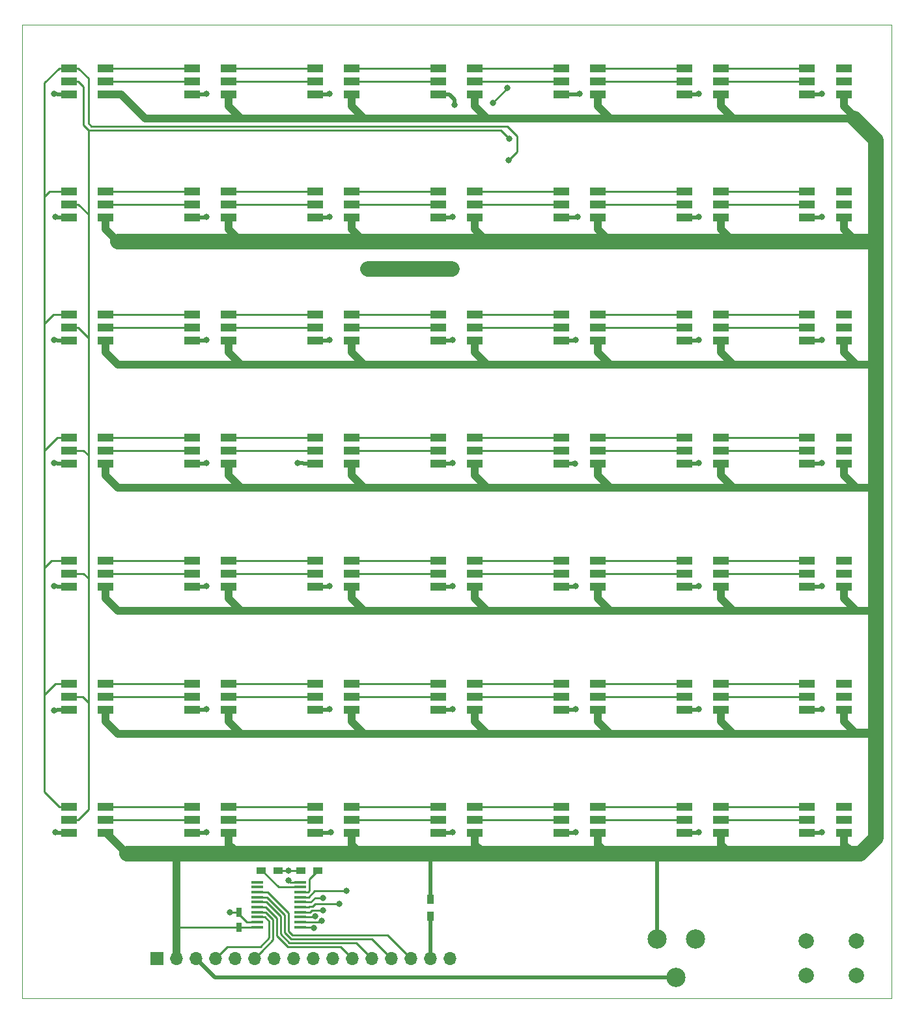
<source format=gbr>
G04 #@! TF.GenerationSoftware,KiCad,Pcbnew,(5.1.5)-3*
G04 #@! TF.CreationDate,2020-03-22T16:58:52-07:00*
G04 #@! TF.ProjectId,ESP-BuildStatus-Light-Board,4553502d-4275-4696-9c64-537461747573,rev?*
G04 #@! TF.SameCoordinates,Original*
G04 #@! TF.FileFunction,Copper,L1,Top*
G04 #@! TF.FilePolarity,Positive*
%FSLAX46Y46*%
G04 Gerber Fmt 4.6, Leading zero omitted, Abs format (unit mm)*
G04 Created by KiCad (PCBNEW (5.1.5)-3) date 2020-03-22 16:58:52*
%MOMM*%
%LPD*%
G04 APERTURE LIST*
%ADD10C,0.050000*%
%ADD11R,0.900000X1.200000*%
%ADD12R,2.000000X1.100000*%
%ADD13R,0.750000X1.200000*%
%ADD14O,1.700000X1.700000*%
%ADD15R,1.700000X1.700000*%
%ADD16R,1.200000X0.900000*%
%ADD17C,2.500000*%
%ADD18C,2.000000*%
%ADD19R,1.600000X0.300000*%
%ADD20C,1.778000*%
%ADD21C,0.800000*%
%ADD22C,2.000000*%
%ADD23C,0.500000*%
%ADD24C,0.250000*%
%ADD25C,1.000000*%
G04 APERTURE END LIST*
D10*
X130429000Y-144907000D02*
X130429000Y-18288000D01*
X243459000Y-144907000D02*
X130429000Y-144907000D01*
X243459000Y-18288000D02*
X243459000Y-144907000D01*
X130429000Y-18288000D02*
X243459000Y-18288000D01*
D11*
X183515000Y-131996000D03*
X183515000Y-134196000D03*
D12*
X173320000Y-91350000D03*
X173320000Y-89650000D03*
X173320000Y-87950000D03*
X168520000Y-91350000D03*
X168520000Y-89650000D03*
X168520000Y-87950000D03*
X173320000Y-123350000D03*
X173320000Y-121650000D03*
X173320000Y-119950000D03*
X168520000Y-123350000D03*
X168520000Y-121650000D03*
X168520000Y-119950000D03*
X237320000Y-43350000D03*
X237320000Y-41650000D03*
X237320000Y-39950000D03*
X232520000Y-43350000D03*
X232520000Y-41650000D03*
X232520000Y-39950000D03*
X189320000Y-59350000D03*
X189320000Y-57650000D03*
X189320000Y-55950000D03*
X184520000Y-59350000D03*
X184520000Y-57650000D03*
X184520000Y-55950000D03*
X173320000Y-75350000D03*
X173320000Y-73650000D03*
X173320000Y-71950000D03*
X168520000Y-75350000D03*
X168520000Y-73650000D03*
X168520000Y-71950000D03*
X157320000Y-75350000D03*
X157320000Y-73650000D03*
X157320000Y-71950000D03*
X152520000Y-75350000D03*
X152520000Y-73650000D03*
X152520000Y-71950000D03*
X189320000Y-91350000D03*
X189320000Y-89650000D03*
X189320000Y-87950000D03*
X184520000Y-91350000D03*
X184520000Y-89650000D03*
X184520000Y-87950000D03*
X205320000Y-59350000D03*
X205320000Y-57650000D03*
X205320000Y-55950000D03*
X200520000Y-59350000D03*
X200520000Y-57650000D03*
X200520000Y-55950000D03*
X237320000Y-59350000D03*
X237320000Y-57650000D03*
X237320000Y-55950000D03*
X232520000Y-59350000D03*
X232520000Y-57650000D03*
X232520000Y-55950000D03*
X205320000Y-75350000D03*
X205320000Y-73650000D03*
X205320000Y-71950000D03*
X200520000Y-75350000D03*
X200520000Y-73650000D03*
X200520000Y-71950000D03*
X173320000Y-59350000D03*
X173320000Y-57650000D03*
X173320000Y-55950000D03*
X168520000Y-59350000D03*
X168520000Y-57650000D03*
X168520000Y-55950000D03*
X221320000Y-59350000D03*
X221320000Y-57650000D03*
X221320000Y-55950000D03*
X216520000Y-59350000D03*
X216520000Y-57650000D03*
X216520000Y-55950000D03*
X157320000Y-91350000D03*
X157320000Y-89650000D03*
X157320000Y-87950000D03*
X152520000Y-91350000D03*
X152520000Y-89650000D03*
X152520000Y-87950000D03*
X221320000Y-75350000D03*
X221320000Y-73650000D03*
X221320000Y-71950000D03*
X216520000Y-75350000D03*
X216520000Y-73650000D03*
X216520000Y-71950000D03*
X221320000Y-43350000D03*
X221320000Y-41650000D03*
X221320000Y-39950000D03*
X216520000Y-43350000D03*
X216520000Y-41650000D03*
X216520000Y-39950000D03*
X157320000Y-59350000D03*
X157320000Y-57650000D03*
X157320000Y-55950000D03*
X152520000Y-59350000D03*
X152520000Y-57650000D03*
X152520000Y-55950000D03*
X189320000Y-75350000D03*
X189320000Y-73650000D03*
X189320000Y-71950000D03*
X184520000Y-75350000D03*
X184520000Y-73650000D03*
X184520000Y-71950000D03*
X237320000Y-75350000D03*
X237320000Y-73650000D03*
X237320000Y-71950000D03*
X232520000Y-75350000D03*
X232520000Y-73650000D03*
X232520000Y-71950000D03*
X237320000Y-91350000D03*
X237320000Y-89650000D03*
X237320000Y-87950000D03*
X232520000Y-91350000D03*
X232520000Y-89650000D03*
X232520000Y-87950000D03*
X221320000Y-91350000D03*
X221320000Y-89650000D03*
X221320000Y-87950000D03*
X216520000Y-91350000D03*
X216520000Y-89650000D03*
X216520000Y-87950000D03*
X205320000Y-91350000D03*
X205320000Y-89650000D03*
X205320000Y-87950000D03*
X200520000Y-91350000D03*
X200520000Y-89650000D03*
X200520000Y-87950000D03*
X173320000Y-107350000D03*
X173320000Y-105650000D03*
X173320000Y-103950000D03*
X168520000Y-107350000D03*
X168520000Y-105650000D03*
X168520000Y-103950000D03*
X221320000Y-107350000D03*
X221320000Y-105650000D03*
X221320000Y-103950000D03*
X216520000Y-107350000D03*
X216520000Y-105650000D03*
X216520000Y-103950000D03*
X237320000Y-107350000D03*
X237320000Y-105650000D03*
X237320000Y-103950000D03*
X232520000Y-107350000D03*
X232520000Y-105650000D03*
X232520000Y-103950000D03*
X189320000Y-107350000D03*
X189320000Y-105650000D03*
X189320000Y-103950000D03*
X184520000Y-107350000D03*
X184520000Y-105650000D03*
X184520000Y-103950000D03*
X157320000Y-123350000D03*
X157320000Y-121650000D03*
X157320000Y-119950000D03*
X152520000Y-123350000D03*
X152520000Y-121650000D03*
X152520000Y-119950000D03*
X157320000Y-107350000D03*
X157320000Y-105650000D03*
X157320000Y-103950000D03*
X152520000Y-107350000D03*
X152520000Y-105650000D03*
X152520000Y-103950000D03*
X205320000Y-107350000D03*
X205320000Y-105650000D03*
X205320000Y-103950000D03*
X200520000Y-107350000D03*
X200520000Y-105650000D03*
X200520000Y-103950000D03*
X189320000Y-123350000D03*
X189320000Y-121650000D03*
X189320000Y-119950000D03*
X184520000Y-123350000D03*
X184520000Y-121650000D03*
X184520000Y-119950000D03*
X205320000Y-123350000D03*
X205320000Y-121650000D03*
X205320000Y-119950000D03*
X200520000Y-123350000D03*
X200520000Y-121650000D03*
X200520000Y-119950000D03*
X221320000Y-123350000D03*
X221320000Y-121650000D03*
X221320000Y-119950000D03*
X216520000Y-123350000D03*
X216520000Y-121650000D03*
X216520000Y-119950000D03*
X237320000Y-123350000D03*
X237320000Y-121650000D03*
X237320000Y-119950000D03*
X232520000Y-123350000D03*
X232520000Y-121650000D03*
X232520000Y-119950000D03*
X237320000Y-27350000D03*
X237320000Y-25650000D03*
X237320000Y-23950000D03*
X232520000Y-27350000D03*
X232520000Y-25650000D03*
X232520000Y-23950000D03*
X173320000Y-27350000D03*
X173320000Y-25650000D03*
X173320000Y-23950000D03*
X168520000Y-27350000D03*
X168520000Y-25650000D03*
X168520000Y-23950000D03*
X157320000Y-43350000D03*
X157320000Y-41650000D03*
X157320000Y-39950000D03*
X152520000Y-43350000D03*
X152520000Y-41650000D03*
X152520000Y-39950000D03*
X173320000Y-43350000D03*
X173320000Y-41650000D03*
X173320000Y-39950000D03*
X168520000Y-43350000D03*
X168520000Y-41650000D03*
X168520000Y-39950000D03*
X205320000Y-27350000D03*
X205320000Y-25650000D03*
X205320000Y-23950000D03*
X200520000Y-27350000D03*
X200520000Y-25650000D03*
X200520000Y-23950000D03*
X221320000Y-27350000D03*
X221320000Y-25650000D03*
X221320000Y-23950000D03*
X216520000Y-27350000D03*
X216520000Y-25650000D03*
X216520000Y-23950000D03*
X189320000Y-43350000D03*
X189320000Y-41650000D03*
X189320000Y-39950000D03*
X184520000Y-43350000D03*
X184520000Y-41650000D03*
X184520000Y-39950000D03*
X205320000Y-43350000D03*
X205320000Y-41650000D03*
X205320000Y-39950000D03*
X200520000Y-43350000D03*
X200520000Y-41650000D03*
X200520000Y-39950000D03*
X189320000Y-27350000D03*
X189320000Y-25650000D03*
X189320000Y-23950000D03*
X184520000Y-27350000D03*
X184520000Y-25650000D03*
X184520000Y-23950000D03*
X157320000Y-27350000D03*
X157320000Y-25650000D03*
X157320000Y-23950000D03*
X152520000Y-27350000D03*
X152520000Y-25650000D03*
X152520000Y-23950000D03*
X141320000Y-107350000D03*
X141320000Y-105650000D03*
X141320000Y-103950000D03*
X136520000Y-107350000D03*
X136520000Y-105650000D03*
X136520000Y-103950000D03*
X141320000Y-75350000D03*
X141320000Y-73650000D03*
X141320000Y-71950000D03*
X136520000Y-75350000D03*
X136520000Y-73650000D03*
X136520000Y-71950000D03*
X141320000Y-59350000D03*
X141320000Y-57650000D03*
X141320000Y-55950000D03*
X136520000Y-59350000D03*
X136520000Y-57650000D03*
X136520000Y-55950000D03*
X141320000Y-91350000D03*
X141320000Y-89650000D03*
X141320000Y-87950000D03*
X136520000Y-91350000D03*
X136520000Y-89650000D03*
X136520000Y-87950000D03*
X141320000Y-123350000D03*
X141320000Y-121650000D03*
X141320000Y-119950000D03*
X136520000Y-123350000D03*
X136520000Y-121650000D03*
X136520000Y-119950000D03*
X141320000Y-43350000D03*
X141320000Y-41650000D03*
X141320000Y-39950000D03*
X136520000Y-43350000D03*
X136520000Y-41650000D03*
X136520000Y-39950000D03*
X141320000Y-27350000D03*
X141320000Y-25650000D03*
X141320000Y-23950000D03*
X136520000Y-27350000D03*
X136520000Y-25650000D03*
X136520000Y-23950000D03*
D13*
X158623000Y-133736000D03*
X158623000Y-135636000D03*
D14*
X186055000Y-139700000D03*
X183515000Y-139700000D03*
X180975000Y-139700000D03*
X178435000Y-139700000D03*
X175895000Y-139700000D03*
X173355000Y-139700000D03*
X170815000Y-139700000D03*
X168275000Y-139700000D03*
X165735000Y-139700000D03*
X163195000Y-139700000D03*
X160655000Y-139700000D03*
X158115000Y-139700000D03*
X155575000Y-139700000D03*
X153035000Y-139700000D03*
X150495000Y-139700000D03*
D15*
X147955000Y-139700000D03*
D16*
X168867000Y-128270000D03*
X166667000Y-128270000D03*
X163703000Y-128270000D03*
X161503000Y-128270000D03*
D17*
X212979000Y-137160000D03*
X217979000Y-137160000D03*
X215479000Y-142200000D03*
D18*
X238887000Y-141914000D03*
X238887000Y-137414000D03*
X232387000Y-141914000D03*
X232387000Y-137414000D03*
D19*
X161030000Y-134990000D03*
X161030000Y-135640000D03*
X161030000Y-134340000D03*
X161030000Y-133690000D03*
X161030000Y-133040000D03*
X161030000Y-132390000D03*
X161030000Y-131740000D03*
X161030000Y-131090000D03*
X166630000Y-129790000D03*
X166630000Y-130440000D03*
X166630000Y-131090000D03*
X166630000Y-131740000D03*
X166630000Y-135640000D03*
X166630000Y-134990000D03*
X166630000Y-134340000D03*
X166630000Y-133690000D03*
X166630000Y-133040000D03*
X166630000Y-132390000D03*
X161030000Y-130440000D03*
X161030000Y-129790000D03*
D20*
X186309000Y-50038000D03*
X175387000Y-50038000D03*
D21*
X154430000Y-27305000D03*
X170430000Y-27305000D03*
X218430000Y-27305000D03*
X234430000Y-27305000D03*
X154430000Y-43305000D03*
X170430000Y-43305000D03*
X186430000Y-43305000D03*
X202692000Y-43305000D03*
X218430000Y-43305000D03*
X234430000Y-43305000D03*
X154430000Y-59305000D03*
X170430000Y-59305000D03*
X186430000Y-59305000D03*
X202430000Y-59305000D03*
X218430000Y-59305000D03*
X234430000Y-59305000D03*
X154430000Y-75305000D03*
X186430000Y-75305000D03*
X218430000Y-75305000D03*
X234430000Y-75305000D03*
X154430000Y-91305000D03*
X170430000Y-91305000D03*
X186430000Y-91305000D03*
X202430000Y-91305000D03*
X218430000Y-91305000D03*
X234430000Y-91305000D03*
X154430000Y-107305000D03*
X170430000Y-107305000D03*
X186430000Y-107305000D03*
X202430000Y-107305000D03*
X218430000Y-107305000D03*
X234430000Y-107305000D03*
X154430000Y-123305000D03*
X170561000Y-123305000D03*
X186430000Y-123305000D03*
X202430000Y-123305000D03*
X218430000Y-123305000D03*
X234430000Y-123305000D03*
X134620000Y-27305000D03*
X134747000Y-43307000D03*
X134620000Y-59309000D03*
X134620000Y-75311000D03*
X134620000Y-91313000D03*
X134620000Y-107442000D03*
X134747000Y-123317000D03*
X165100000Y-128270000D03*
X165100000Y-129540000D03*
X157480004Y-133731000D03*
X166243000Y-75311000D03*
X202311000Y-75350000D03*
X202946006Y-27305000D03*
X186690000Y-28702000D03*
X168401998Y-135763000D03*
D20*
X175387000Y-46482000D03*
D21*
X193548000Y-26543000D03*
X191643000Y-28448010D03*
X193815021Y-33121247D03*
X169545012Y-133477000D03*
X169545000Y-131808994D03*
X168529000Y-134204988D03*
X172593000Y-130937000D03*
X171703999Y-132588000D03*
X169416271Y-134835990D03*
X193675000Y-35941000D03*
D22*
X175387000Y-50038000D02*
X175387000Y-50038000D01*
X175387000Y-50038000D02*
X186309000Y-50038000D01*
D23*
X152520000Y-27350000D02*
X154385000Y-27350000D01*
X168520000Y-27350000D02*
X170385000Y-27350000D01*
X216520000Y-27350000D02*
X218385000Y-27350000D01*
X232520000Y-27350000D02*
X234385000Y-27350000D01*
X152520000Y-43350000D02*
X154385000Y-43350000D01*
X168520000Y-43350000D02*
X170385000Y-43350000D01*
X184520000Y-43350000D02*
X186385000Y-43350000D01*
X200520000Y-43350000D02*
X202385000Y-43350000D01*
X216520000Y-43350000D02*
X218385000Y-43350000D01*
X232520000Y-43350000D02*
X234385000Y-43350000D01*
X152520000Y-59350000D02*
X154385000Y-59350000D01*
X168520000Y-59350000D02*
X170385000Y-59350000D01*
X184520000Y-59350000D02*
X186385000Y-59350000D01*
X200520000Y-59350000D02*
X202385000Y-59350000D01*
X216520000Y-59350000D02*
X218385000Y-59350000D01*
X232520000Y-59350000D02*
X234385000Y-59350000D01*
X152520000Y-75350000D02*
X154385000Y-75350000D01*
X184520000Y-75350000D02*
X186385000Y-75350000D01*
X216520000Y-75350000D02*
X218385000Y-75350000D01*
X232520000Y-75350000D02*
X234385000Y-75350000D01*
X152520000Y-91350000D02*
X154385000Y-91350000D01*
X168520000Y-91350000D02*
X170385000Y-91350000D01*
X184520000Y-91350000D02*
X186385000Y-91350000D01*
X200520000Y-91350000D02*
X202385000Y-91350000D01*
X216520000Y-91350000D02*
X218385000Y-91350000D01*
X232520000Y-91350000D02*
X234385000Y-91350000D01*
X152520000Y-107350000D02*
X154385000Y-107350000D01*
X168520000Y-107350000D02*
X170385000Y-107350000D01*
X184520000Y-107350000D02*
X186385000Y-107350000D01*
X200520000Y-107350000D02*
X202385000Y-107350000D01*
X216520000Y-107350000D02*
X218385000Y-107350000D01*
X232520000Y-107350000D02*
X234385000Y-107350000D01*
X152520000Y-123350000D02*
X154385000Y-123350000D01*
X168520000Y-123350000D02*
X170385000Y-123350000D01*
X184520000Y-123350000D02*
X186385000Y-123350000D01*
X200520000Y-123350000D02*
X202385000Y-123350000D01*
X216520000Y-123350000D02*
X218385000Y-123350000D01*
X232520000Y-123350000D02*
X234385000Y-123350000D01*
X135020000Y-27350000D02*
X134975000Y-27305000D01*
X136520000Y-27350000D02*
X135020000Y-27350000D01*
X134975000Y-27305000D02*
X134620000Y-27305000D01*
X136520000Y-43350000D02*
X134790000Y-43350000D01*
X134790000Y-43350000D02*
X134747000Y-43307000D01*
X135020000Y-59350000D02*
X134979000Y-59309000D01*
X136520000Y-59350000D02*
X135020000Y-59350000D01*
X134979000Y-59309000D02*
X134620000Y-59309000D01*
X135020000Y-75350000D02*
X134981000Y-75311000D01*
X136520000Y-75350000D02*
X135020000Y-75350000D01*
X134981000Y-75311000D02*
X134620000Y-75311000D01*
X135020000Y-91350000D02*
X134983000Y-91313000D01*
X136520000Y-91350000D02*
X135020000Y-91350000D01*
X134983000Y-91313000D02*
X134620000Y-91313000D01*
X135020000Y-107350000D02*
X134928000Y-107442000D01*
X136520000Y-107350000D02*
X135020000Y-107350000D01*
X134928000Y-107442000D02*
X134620000Y-107442000D01*
X135020000Y-123350000D02*
X134987000Y-123317000D01*
X136520000Y-123350000D02*
X135020000Y-123350000D01*
X134987000Y-123317000D02*
X134747000Y-123317000D01*
D24*
X163703000Y-128270000D02*
X164553000Y-128270000D01*
X164553000Y-128270000D02*
X165100000Y-128270000D01*
X165100000Y-128270000D02*
X166667000Y-128270000D01*
X159652000Y-134990000D02*
X158623000Y-133961000D01*
X158623000Y-133961000D02*
X158623000Y-133736000D01*
X161030000Y-134990000D02*
X159652000Y-134990000D01*
X157485004Y-133736000D02*
X157480004Y-133731000D01*
X158623000Y-133736000D02*
X157485004Y-133736000D01*
D23*
X167020000Y-75350000D02*
X166981000Y-75311000D01*
X168520000Y-75350000D02*
X167020000Y-75350000D01*
X166981000Y-75311000D02*
X166243000Y-75311000D01*
X202020000Y-75350000D02*
X202311000Y-75350000D01*
X202059000Y-75311000D02*
X202098000Y-75350000D01*
X200520000Y-75350000D02*
X202020000Y-75350000D01*
X202098000Y-75350000D02*
X202311000Y-75350000D01*
D24*
X165100000Y-129540000D02*
X165100000Y-129310000D01*
X166630000Y-129790000D02*
X165350000Y-129790000D01*
X165350000Y-129790000D02*
X165100000Y-129540000D01*
D23*
X202901006Y-27350000D02*
X202946006Y-27305000D01*
X200520000Y-27350000D02*
X202901006Y-27350000D01*
X186690000Y-28136315D02*
X186690000Y-28702000D01*
X186690000Y-28020000D02*
X186690000Y-28136315D01*
X186020000Y-27350000D02*
X186690000Y-28020000D01*
X184520000Y-27350000D02*
X186020000Y-27350000D01*
D24*
X168278998Y-135640000D02*
X168401998Y-135763000D01*
X166630000Y-135640000D02*
X168278998Y-135640000D01*
D25*
X173320000Y-107350000D02*
X173320000Y-108900000D01*
X175260000Y-110480000D02*
X158750000Y-110480000D01*
X158750000Y-110480000D02*
X142900000Y-110480000D01*
X207010000Y-110480000D02*
X191770000Y-110480000D01*
X157320000Y-107350000D02*
X157320000Y-108900000D01*
X173320000Y-108900000D02*
X174900000Y-110480000D01*
X191770000Y-110480000D02*
X175260000Y-110480000D01*
X205320000Y-107350000D02*
X205320000Y-108900000D01*
X189320000Y-108900000D02*
X190900000Y-110480000D01*
X174900000Y-110480000D02*
X175260000Y-110480000D01*
X222900000Y-110480000D02*
X223520000Y-110480000D01*
X221320000Y-108900000D02*
X222900000Y-110480000D01*
X175260000Y-110480000D02*
X158750000Y-110480000D01*
X158750000Y-110480000D02*
X142900000Y-110480000D01*
X207010000Y-110480000D02*
X191770000Y-110480000D01*
X157320000Y-107350000D02*
X157320000Y-108900000D01*
X222900000Y-110480000D02*
X223520000Y-110480000D01*
X221320000Y-107350000D02*
X221320000Y-108900000D01*
X173320000Y-107350000D02*
X173320000Y-108900000D01*
X142900000Y-110480000D02*
X141320000Y-108900000D01*
X223520000Y-110480000D02*
X206900000Y-110480000D01*
X221320000Y-107350000D02*
X221320000Y-108900000D01*
X141320000Y-108900000D02*
X141320000Y-107350000D01*
X158750000Y-110330000D02*
X158750000Y-110480000D01*
X157320000Y-108900000D02*
X158750000Y-110330000D01*
X223520000Y-110480000D02*
X206900000Y-110480000D01*
X189320000Y-107350000D02*
X189320000Y-108900000D01*
X206900000Y-110480000D02*
X207010000Y-110480000D01*
X190900000Y-110480000D02*
X191770000Y-110480000D01*
X221320000Y-108900000D02*
X222900000Y-110480000D01*
X205320000Y-108900000D02*
X206900000Y-110480000D01*
X205320000Y-108900000D02*
X206900000Y-110480000D01*
X141320000Y-108900000D02*
X141320000Y-107350000D01*
X142900000Y-110480000D02*
X141320000Y-108900000D01*
X206900000Y-110480000D02*
X207010000Y-110480000D01*
X158750000Y-110330000D02*
X158750000Y-110480000D01*
X157320000Y-108900000D02*
X158750000Y-110330000D01*
X190900000Y-110480000D02*
X191770000Y-110480000D01*
X189320000Y-107350000D02*
X189320000Y-108900000D01*
X191770000Y-110480000D02*
X175260000Y-110480000D01*
X205320000Y-107350000D02*
X205320000Y-108900000D01*
X189320000Y-108900000D02*
X190900000Y-110480000D01*
X174900000Y-110480000D02*
X175260000Y-110480000D01*
X173320000Y-108900000D02*
X174900000Y-110480000D01*
X173320000Y-91350000D02*
X173320000Y-92900000D01*
X175260000Y-94480000D02*
X158750000Y-94480000D01*
X158750000Y-94480000D02*
X142900000Y-94480000D01*
X207010000Y-94480000D02*
X191770000Y-94480000D01*
X157320000Y-91350000D02*
X157320000Y-92900000D01*
X173320000Y-92900000D02*
X174900000Y-94480000D01*
X191770000Y-94480000D02*
X175260000Y-94480000D01*
X205320000Y-91350000D02*
X205320000Y-92900000D01*
X189320000Y-92900000D02*
X190900000Y-94480000D01*
X174900000Y-94480000D02*
X175260000Y-94480000D01*
X222900000Y-94480000D02*
X223520000Y-94480000D01*
X221320000Y-92900000D02*
X222900000Y-94480000D01*
X175260000Y-94480000D02*
X158750000Y-94480000D01*
X158750000Y-94480000D02*
X142900000Y-94480000D01*
X207010000Y-94480000D02*
X191770000Y-94480000D01*
X157320000Y-91350000D02*
X157320000Y-92900000D01*
X222900000Y-94480000D02*
X223520000Y-94480000D01*
X221320000Y-91350000D02*
X221320000Y-92900000D01*
X173320000Y-91350000D02*
X173320000Y-92900000D01*
X142900000Y-94480000D02*
X141320000Y-92900000D01*
X223520000Y-94480000D02*
X206900000Y-94480000D01*
X221320000Y-91350000D02*
X221320000Y-92900000D01*
X141320000Y-92900000D02*
X141320000Y-91350000D01*
X158750000Y-94330000D02*
X158750000Y-94480000D01*
X157320000Y-92900000D02*
X158750000Y-94330000D01*
X223520000Y-94480000D02*
X206900000Y-94480000D01*
X189320000Y-91350000D02*
X189320000Y-92900000D01*
X206900000Y-94480000D02*
X207010000Y-94480000D01*
X190900000Y-94480000D02*
X191770000Y-94480000D01*
X221320000Y-92900000D02*
X222900000Y-94480000D01*
X205320000Y-92900000D02*
X206900000Y-94480000D01*
X205320000Y-92900000D02*
X206900000Y-94480000D01*
X141320000Y-92900000D02*
X141320000Y-91350000D01*
X142900000Y-94480000D02*
X141320000Y-92900000D01*
X206900000Y-94480000D02*
X207010000Y-94480000D01*
X158750000Y-94330000D02*
X158750000Y-94480000D01*
X157320000Y-92900000D02*
X158750000Y-94330000D01*
X190900000Y-94480000D02*
X191770000Y-94480000D01*
X189320000Y-91350000D02*
X189320000Y-92900000D01*
X191770000Y-94480000D02*
X175260000Y-94480000D01*
X205320000Y-91350000D02*
X205320000Y-92900000D01*
X189320000Y-92900000D02*
X190900000Y-94480000D01*
X174900000Y-94480000D02*
X175260000Y-94480000D01*
X173320000Y-92900000D02*
X174900000Y-94480000D01*
X173320000Y-75350000D02*
X173320000Y-76900000D01*
X175260000Y-78480000D02*
X158750000Y-78480000D01*
X158750000Y-78480000D02*
X142900000Y-78480000D01*
X207010000Y-78480000D02*
X191770000Y-78480000D01*
X157320000Y-75350000D02*
X157320000Y-76900000D01*
X173320000Y-76900000D02*
X174900000Y-78480000D01*
X191770000Y-78480000D02*
X175260000Y-78480000D01*
X205320000Y-75350000D02*
X205320000Y-76900000D01*
X189320000Y-76900000D02*
X190900000Y-78480000D01*
X174900000Y-78480000D02*
X175260000Y-78480000D01*
X222900000Y-78480000D02*
X223520000Y-78480000D01*
X221320000Y-76900000D02*
X222900000Y-78480000D01*
X175260000Y-78480000D02*
X158750000Y-78480000D01*
X158750000Y-78480000D02*
X142900000Y-78480000D01*
X207010000Y-78480000D02*
X191770000Y-78480000D01*
X157320000Y-75350000D02*
X157320000Y-76900000D01*
X222900000Y-78480000D02*
X223520000Y-78480000D01*
X221320000Y-75350000D02*
X221320000Y-76900000D01*
X173320000Y-75350000D02*
X173320000Y-76900000D01*
X142900000Y-78480000D02*
X141320000Y-76900000D01*
X223520000Y-78480000D02*
X206900000Y-78480000D01*
X221320000Y-75350000D02*
X221320000Y-76900000D01*
X141320000Y-76900000D02*
X141320000Y-75350000D01*
X158750000Y-78330000D02*
X158750000Y-78480000D01*
X157320000Y-76900000D02*
X158750000Y-78330000D01*
X223520000Y-78480000D02*
X206900000Y-78480000D01*
X189320000Y-75350000D02*
X189320000Y-76900000D01*
X206900000Y-78480000D02*
X207010000Y-78480000D01*
X190900000Y-78480000D02*
X191770000Y-78480000D01*
X221320000Y-76900000D02*
X222900000Y-78480000D01*
X205320000Y-76900000D02*
X206900000Y-78480000D01*
X205320000Y-76900000D02*
X206900000Y-78480000D01*
X141320000Y-76900000D02*
X141320000Y-75350000D01*
X142900000Y-78480000D02*
X141320000Y-76900000D01*
X206900000Y-78480000D02*
X207010000Y-78480000D01*
X158750000Y-78330000D02*
X158750000Y-78480000D01*
X157320000Y-76900000D02*
X158750000Y-78330000D01*
X190900000Y-78480000D02*
X191770000Y-78480000D01*
X189320000Y-75350000D02*
X189320000Y-76900000D01*
X191770000Y-78480000D02*
X175260000Y-78480000D01*
X205320000Y-75350000D02*
X205320000Y-76900000D01*
X189320000Y-76900000D02*
X190900000Y-78480000D01*
X174900000Y-78480000D02*
X175260000Y-78480000D01*
X173320000Y-76900000D02*
X174900000Y-78480000D01*
X173320000Y-59350000D02*
X173320000Y-60900000D01*
X175260000Y-62480000D02*
X158750000Y-62480000D01*
X158750000Y-62480000D02*
X142900000Y-62480000D01*
X207010000Y-62480000D02*
X191770000Y-62480000D01*
X157320000Y-59350000D02*
X157320000Y-60900000D01*
X173320000Y-60900000D02*
X174900000Y-62480000D01*
X191770000Y-62480000D02*
X175260000Y-62480000D01*
X205320000Y-59350000D02*
X205320000Y-60900000D01*
X189320000Y-60900000D02*
X190900000Y-62480000D01*
X174900000Y-62480000D02*
X175260000Y-62480000D01*
X222900000Y-62480000D02*
X223520000Y-62480000D01*
X221320000Y-60900000D02*
X222900000Y-62480000D01*
X175260000Y-62480000D02*
X158750000Y-62480000D01*
X158750000Y-62480000D02*
X142900000Y-62480000D01*
X207010000Y-62480000D02*
X191770000Y-62480000D01*
X157320000Y-59350000D02*
X157320000Y-60900000D01*
X222900000Y-62480000D02*
X223520000Y-62480000D01*
X221320000Y-59350000D02*
X221320000Y-60900000D01*
X173320000Y-59350000D02*
X173320000Y-60900000D01*
X142900000Y-62480000D02*
X141320000Y-60900000D01*
X223520000Y-62480000D02*
X206900000Y-62480000D01*
X221320000Y-59350000D02*
X221320000Y-60900000D01*
X141320000Y-60900000D02*
X141320000Y-59350000D01*
X158750000Y-62330000D02*
X158750000Y-62480000D01*
X157320000Y-60900000D02*
X158750000Y-62330000D01*
X223520000Y-62480000D02*
X206900000Y-62480000D01*
X189320000Y-59350000D02*
X189320000Y-60900000D01*
X206900000Y-62480000D02*
X207010000Y-62480000D01*
X190900000Y-62480000D02*
X191770000Y-62480000D01*
X221320000Y-60900000D02*
X222900000Y-62480000D01*
X205320000Y-60900000D02*
X206900000Y-62480000D01*
X205320000Y-60900000D02*
X206900000Y-62480000D01*
X141320000Y-60900000D02*
X141320000Y-59350000D01*
X142900000Y-62480000D02*
X141320000Y-60900000D01*
X206900000Y-62480000D02*
X207010000Y-62480000D01*
X158750000Y-62330000D02*
X158750000Y-62480000D01*
X157320000Y-60900000D02*
X158750000Y-62330000D01*
X190900000Y-62480000D02*
X191770000Y-62480000D01*
X189320000Y-59350000D02*
X189320000Y-60900000D01*
X191770000Y-62480000D02*
X175260000Y-62480000D01*
X205320000Y-59350000D02*
X205320000Y-60900000D01*
X189320000Y-60900000D02*
X190900000Y-62480000D01*
X174900000Y-62480000D02*
X175260000Y-62480000D01*
X173320000Y-60900000D02*
X174900000Y-62480000D01*
X173320000Y-43350000D02*
X173320000Y-44900000D01*
X157320000Y-43350000D02*
X157320000Y-44900000D01*
X173320000Y-44900000D02*
X174900000Y-46480000D01*
X205320000Y-43350000D02*
X205320000Y-44900000D01*
X189320000Y-44900000D02*
X190900000Y-46480000D01*
X174900000Y-46480000D02*
X175260000Y-46480000D01*
X222900000Y-46480000D02*
X223520000Y-46480000D01*
X221320000Y-44900000D02*
X222900000Y-46480000D01*
D22*
X175260000Y-46480000D02*
X158750000Y-46480000D01*
X158750000Y-46480000D02*
X142900000Y-46480000D01*
X207010000Y-46480000D02*
X191770000Y-46480000D01*
D25*
X157320000Y-43350000D02*
X157320000Y-44900000D01*
X222900000Y-46480000D02*
X223520000Y-46480000D01*
X221320000Y-43350000D02*
X221320000Y-44900000D01*
X173320000Y-43350000D02*
X173320000Y-44900000D01*
X142900000Y-46480000D02*
X141320000Y-44900000D01*
X221320000Y-43350000D02*
X221320000Y-44900000D01*
X141320000Y-44900000D02*
X141320000Y-43350000D01*
X158750000Y-46330000D02*
X158750000Y-46480000D01*
X157320000Y-44900000D02*
X158750000Y-46330000D01*
X189320000Y-43350000D02*
X189320000Y-44900000D01*
X206900000Y-46480000D02*
X207010000Y-46480000D01*
X190900000Y-46480000D02*
X191770000Y-46480000D01*
X221320000Y-44900000D02*
X222900000Y-46480000D01*
X205320000Y-44900000D02*
X206900000Y-46480000D01*
X205320000Y-44900000D02*
X206900000Y-46480000D01*
X141320000Y-44900000D02*
X141320000Y-43350000D01*
X142900000Y-46480000D02*
X141320000Y-44900000D01*
X206900000Y-46480000D02*
X207010000Y-46480000D01*
X158750000Y-46330000D02*
X158750000Y-46480000D01*
X157320000Y-44900000D02*
X158750000Y-46330000D01*
X190900000Y-46480000D02*
X191770000Y-46480000D01*
X189320000Y-43350000D02*
X189320000Y-44900000D01*
D22*
X191770000Y-46480000D02*
X175260000Y-46480000D01*
D25*
X205320000Y-43350000D02*
X205320000Y-44900000D01*
X189320000Y-44900000D02*
X190900000Y-46480000D01*
X174900000Y-46480000D02*
X175260000Y-46480000D01*
X173320000Y-44900000D02*
X174900000Y-46480000D01*
X173320000Y-27350000D02*
X173320000Y-28900000D01*
X175260000Y-30480000D02*
X158750000Y-30480000D01*
X207010000Y-30480000D02*
X191770000Y-30480000D01*
X157320000Y-27350000D02*
X157320000Y-28900000D01*
X222900000Y-30480000D02*
X223520000Y-30480000D01*
X221320000Y-28900000D02*
X222900000Y-30480000D01*
X221320000Y-27350000D02*
X221320000Y-28900000D01*
X223520000Y-30480000D02*
X206900000Y-30480000D01*
X205320000Y-28900000D02*
X206900000Y-30480000D01*
X206900000Y-30480000D02*
X207010000Y-30480000D01*
X158750000Y-30330000D02*
X158750000Y-30480000D01*
X157320000Y-28900000D02*
X158750000Y-30330000D01*
X190900000Y-30480000D02*
X191770000Y-30480000D01*
X189320000Y-27350000D02*
X189320000Y-28900000D01*
X191770000Y-30480000D02*
X175260000Y-30480000D01*
X205320000Y-27350000D02*
X205320000Y-28900000D01*
X189320000Y-28900000D02*
X190900000Y-30480000D01*
X174900000Y-30480000D02*
X175260000Y-30480000D01*
X173320000Y-28900000D02*
X174900000Y-30480000D01*
X157320000Y-28900000D02*
X158750000Y-30330000D01*
X158750000Y-30330000D02*
X158750000Y-30480000D01*
X157320000Y-27350000D02*
X157320000Y-28900000D01*
X174900000Y-30480000D02*
X175260000Y-30480000D01*
X173320000Y-28900000D02*
X174900000Y-30480000D01*
X173320000Y-27350000D02*
X173320000Y-28900000D01*
X175260000Y-30480000D02*
X158750000Y-30480000D01*
X190900000Y-30480000D02*
X191770000Y-30480000D01*
X189320000Y-28900000D02*
X190900000Y-30480000D01*
X189320000Y-27350000D02*
X189320000Y-28900000D01*
X191770000Y-30480000D02*
X175260000Y-30480000D01*
X206900000Y-30480000D02*
X207010000Y-30480000D01*
X205320000Y-28900000D02*
X206900000Y-30480000D01*
X205320000Y-27350000D02*
X205320000Y-28900000D01*
X207010000Y-30480000D02*
X191770000Y-30480000D01*
X222900000Y-30480000D02*
X223520000Y-30480000D01*
X221320000Y-27350000D02*
X221320000Y-28900000D01*
X221320000Y-28900000D02*
X222900000Y-30480000D01*
X223520000Y-30480000D02*
X206900000Y-30480000D01*
X241310000Y-110480000D02*
X241427000Y-110363000D01*
X223520000Y-110480000D02*
X241310000Y-110480000D01*
X238783000Y-110363000D02*
X241427000Y-110363000D01*
X237320000Y-108900000D02*
X238783000Y-110363000D01*
X237320000Y-107350000D02*
X237320000Y-108900000D01*
X241054000Y-94480000D02*
X241427000Y-94107000D01*
D22*
X241427000Y-94107000D02*
X241427000Y-110363000D01*
D25*
X238908000Y-94488000D02*
X239141000Y-94488000D01*
X237320000Y-91350000D02*
X237320000Y-92900000D01*
X237320000Y-92900000D02*
X238908000Y-94488000D01*
X223520000Y-94480000D02*
X239141000Y-94488000D01*
X239141000Y-94488000D02*
X241054000Y-94480000D01*
X241421000Y-78480000D02*
X241427000Y-78486000D01*
X223520000Y-78480000D02*
X241421000Y-78480000D01*
X238906000Y-78486000D02*
X241427000Y-78486000D01*
X237320000Y-76900000D02*
X238906000Y-78486000D01*
X237320000Y-75350000D02*
X237320000Y-76900000D01*
X241042000Y-62480000D02*
X241427000Y-62865000D01*
D22*
X241427000Y-62865000D02*
X241427000Y-78486000D01*
D25*
X237320000Y-60900000D02*
X238904000Y-62484000D01*
X238904000Y-62484000D02*
X239903000Y-62484000D01*
X237320000Y-59350000D02*
X237320000Y-60900000D01*
X223520000Y-62480000D02*
X239903000Y-62484000D01*
X239903000Y-62484000D02*
X241042000Y-62480000D01*
X241425000Y-46480000D02*
X241427000Y-46482000D01*
D22*
X223520000Y-46480000D02*
X241425000Y-46480000D01*
X241427000Y-46482000D02*
X241427000Y-62865000D01*
D25*
X237320000Y-44900000D02*
X238902000Y-46482000D01*
X238902000Y-46482000D02*
X241427000Y-46482000D01*
X237320000Y-43350000D02*
X237320000Y-44900000D01*
D22*
X241427000Y-78486000D02*
X241427000Y-83820000D01*
X241427000Y-83820000D02*
X241427000Y-94107000D01*
D25*
X238900000Y-30480000D02*
X239014000Y-30480000D01*
X237320000Y-27350000D02*
X237320000Y-28900000D01*
X237320000Y-28900000D02*
X238900000Y-30480000D01*
D22*
X241427000Y-33274000D02*
X241427000Y-46482000D01*
X238633000Y-30480000D02*
X241427000Y-33274000D01*
D25*
X223520000Y-30480000D02*
X238633000Y-30480000D01*
D22*
X223520000Y-46480000D02*
X206900000Y-46480000D01*
D25*
X143320000Y-27350000D02*
X141320000Y-27350000D01*
X158750000Y-30480000D02*
X146450000Y-30480000D01*
X146450000Y-30480000D02*
X143320000Y-27350000D01*
X144081000Y-126111000D02*
X141424001Y-123454001D01*
D22*
X241427000Y-110363000D02*
X241427000Y-124079000D01*
X241427000Y-124079000D02*
X239395000Y-126111000D01*
D25*
X157320000Y-124900000D02*
X157861000Y-125441000D01*
X157320000Y-123350000D02*
X157320000Y-124900000D01*
X157861000Y-125441000D02*
X157861000Y-126111000D01*
X173736000Y-125316000D02*
X173736000Y-126111000D01*
X173320000Y-123350000D02*
X173320000Y-124900000D01*
X173320000Y-124900000D02*
X173736000Y-125316000D01*
D22*
X173736000Y-126111000D02*
X157861000Y-126111000D01*
D25*
X190119000Y-125699000D02*
X190119000Y-126111000D01*
X189320000Y-124900000D02*
X190119000Y-125699000D01*
X189320000Y-123350000D02*
X189320000Y-124900000D01*
X205320000Y-124900000D02*
X206531000Y-126111000D01*
X205320000Y-123350000D02*
X205320000Y-124900000D01*
X206531000Y-126111000D02*
X206629000Y-126111000D01*
D22*
X206629000Y-126111000D02*
X190119000Y-126111000D01*
D25*
X221320000Y-124900000D02*
X222531000Y-126111000D01*
X222531000Y-126111000D02*
X222758000Y-126111000D01*
X221320000Y-123350000D02*
X221320000Y-124900000D01*
X238125000Y-125705000D02*
X238125000Y-126111000D01*
X237320000Y-124900000D02*
X238125000Y-125705000D01*
X237320000Y-123350000D02*
X237320000Y-124900000D01*
D22*
X239395000Y-126111000D02*
X238125000Y-126111000D01*
X238125000Y-126111000D02*
X222758000Y-126111000D01*
X157861000Y-126111000D02*
X150749000Y-126111000D01*
X150749000Y-126111000D02*
X144081000Y-126111000D01*
D24*
X158623000Y-135636000D02*
X150495000Y-135636000D01*
X161026000Y-135636000D02*
X161030000Y-135640000D01*
X158623000Y-135636000D02*
X161026000Y-135636000D01*
D23*
X212979000Y-126238000D02*
X212852000Y-126111000D01*
X212979000Y-137160000D02*
X212979000Y-126238000D01*
D22*
X222758000Y-126111000D02*
X212852000Y-126111000D01*
X212852000Y-126111000D02*
X206629000Y-126111000D01*
D25*
X150495000Y-126365000D02*
X150749000Y-126111000D01*
X150495000Y-139700000D02*
X150495000Y-126365000D01*
D23*
X183515000Y-130896000D02*
X183515000Y-126111000D01*
X183515000Y-131996000D02*
X183515000Y-130896000D01*
D22*
X173736000Y-126111000D02*
X183515000Y-126111000D01*
X183515000Y-126111000D02*
X190119000Y-126111000D01*
D24*
X180125001Y-138850001D02*
X180975000Y-139700000D01*
X177927000Y-136652000D02*
X180125001Y-138850001D01*
X165608000Y-136652000D02*
X177927000Y-136652000D01*
X165080055Y-133830160D02*
X165080055Y-136124055D01*
X165080055Y-136124055D02*
X165608000Y-136652000D01*
X161030000Y-131090000D02*
X162339895Y-131090000D01*
X162339895Y-131090000D02*
X165080055Y-133830160D01*
X164576044Y-136332823D02*
X165403221Y-137160000D01*
X177585001Y-138850001D02*
X178435000Y-139700000D01*
X175895000Y-137160000D02*
X177585001Y-138850001D01*
X164576044Y-134038928D02*
X164576044Y-136332823D01*
X165403221Y-137160000D02*
X175895000Y-137160000D01*
X162277116Y-131740000D02*
X164576044Y-134038928D01*
X161030000Y-131740000D02*
X162277116Y-131740000D01*
X165198442Y-137668000D02*
X164072033Y-136541591D01*
X164072033Y-134247696D02*
X162214336Y-132390000D01*
X162080000Y-132390000D02*
X161030000Y-132390000D01*
X175895000Y-139700000D02*
X173863000Y-137668000D01*
X164072033Y-136541591D02*
X164072033Y-134247696D01*
X162214336Y-132390000D02*
X162080000Y-132390000D01*
X173863000Y-137668000D02*
X165198442Y-137668000D01*
X163568022Y-136750359D02*
X164993663Y-138176000D01*
X163568022Y-134456464D02*
X163568022Y-136750359D01*
X172505001Y-138850001D02*
X173355000Y-139700000D01*
X161030000Y-133040000D02*
X162151557Y-133040000D01*
X162151557Y-133040000D02*
X163568022Y-134456464D01*
X171831000Y-138176000D02*
X172505001Y-138850001D01*
X164993663Y-138176000D02*
X171831000Y-138176000D01*
X162088779Y-133690000D02*
X163064011Y-134665232D01*
X161504999Y-138850001D02*
X160655000Y-139700000D01*
X163064011Y-137290989D02*
X161504999Y-138850001D01*
X163064011Y-134665232D02*
X163064011Y-137290989D01*
X161030000Y-133690000D02*
X162088779Y-133690000D01*
X157099000Y-138176000D02*
X156424999Y-138850001D01*
X162026000Y-134340000D02*
X162560000Y-134874000D01*
X161030000Y-134340000D02*
X162026000Y-134340000D01*
X162560000Y-134874000D02*
X162560000Y-137033000D01*
X162560000Y-137033000D02*
X161417000Y-138176000D01*
X156424999Y-138850001D02*
X155575000Y-139700000D01*
X161417000Y-138176000D02*
X157099000Y-138176000D01*
D23*
X155535000Y-142200000D02*
X153035000Y-139700000D01*
X215479000Y-142200000D02*
X155535000Y-142200000D01*
D24*
X168867000Y-128313000D02*
X168867000Y-128270000D01*
X167809001Y-130893201D02*
X167809001Y-129370999D01*
X166630000Y-131090000D02*
X167612202Y-131090000D01*
X167809001Y-129370999D02*
X168867000Y-128313000D01*
X167612202Y-131090000D02*
X167809001Y-130893201D01*
X166630000Y-130440000D02*
X163950000Y-130440000D01*
X161653000Y-128270000D02*
X161503000Y-128270000D01*
X163950000Y-130440000D02*
X163823000Y-130440000D01*
X163823000Y-130440000D02*
X161653000Y-128270000D01*
X191643000Y-28448000D02*
X191643000Y-28448010D01*
X193548000Y-26543000D02*
X191643000Y-28448000D01*
X142570000Y-25650000D02*
X152520000Y-25650000D01*
X141320000Y-25650000D02*
X142570000Y-25650000D01*
X142570000Y-23950000D02*
X152520000Y-23950000D01*
X141320000Y-23950000D02*
X142570000Y-23950000D01*
X135270000Y-23950000D02*
X136520000Y-23950000D01*
X133350000Y-25870000D02*
X135270000Y-23950000D01*
X134040000Y-39950000D02*
X136520000Y-39950000D01*
X133350000Y-40640000D02*
X134040000Y-39950000D01*
X133350000Y-40640000D02*
X133350000Y-25870000D01*
X134550000Y-55950000D02*
X136520000Y-55950000D01*
X133350000Y-57150000D02*
X134550000Y-55950000D01*
X133350000Y-57150000D02*
X133350000Y-40640000D01*
X135060000Y-71950000D02*
X136520000Y-71950000D01*
X133350000Y-73660000D02*
X135060000Y-71950000D01*
X135270000Y-119950000D02*
X136520000Y-119950000D01*
X133350000Y-118030000D02*
X135270000Y-119950000D01*
X134810000Y-103950000D02*
X136520000Y-103950000D01*
X133350000Y-105410000D02*
X134810000Y-103950000D01*
X133350000Y-105410000D02*
X133350000Y-118030000D01*
X134300000Y-87950000D02*
X136520000Y-87950000D01*
X133350000Y-88900000D02*
X134300000Y-87950000D01*
X133350000Y-88900000D02*
X133350000Y-105410000D01*
X133350000Y-73660000D02*
X133350000Y-88900000D01*
X133350000Y-61087000D02*
X133350000Y-57150000D01*
X133350000Y-73660000D02*
X133350000Y-69977000D01*
X133350000Y-69977000D02*
X133350000Y-61087000D01*
X157320000Y-25650000D02*
X168520000Y-25650000D01*
X157320000Y-23950000D02*
X168520000Y-23950000D01*
X173320000Y-23950000D02*
X184520000Y-23950000D01*
X174570000Y-25650000D02*
X184520000Y-25650000D01*
X173320000Y-25650000D02*
X174570000Y-25650000D01*
X189320000Y-25650000D02*
X200520000Y-25650000D01*
X189320000Y-23950000D02*
X200520000Y-23950000D01*
X205320000Y-23950000D02*
X216520000Y-23950000D01*
X205320000Y-25650000D02*
X216520000Y-25650000D01*
X221320000Y-25650000D02*
X232520000Y-25650000D01*
X221320000Y-23950000D02*
X232520000Y-23950000D01*
X151270000Y-41650000D02*
X141320000Y-41650000D01*
X152520000Y-41650000D02*
X151270000Y-41650000D01*
X152520000Y-39950000D02*
X141320000Y-39950000D01*
X167270000Y-39950000D02*
X157320000Y-39950000D01*
X168520000Y-39950000D02*
X167270000Y-39950000D01*
X168520000Y-41650000D02*
X157320000Y-41650000D01*
X184520000Y-41650000D02*
X173320000Y-41650000D01*
X184520000Y-39950000D02*
X173320000Y-39950000D01*
X199270000Y-39950000D02*
X189320000Y-39950000D01*
X200520000Y-39950000D02*
X199270000Y-39950000D01*
X200520000Y-41650000D02*
X189320000Y-41650000D01*
X216520000Y-41650000D02*
X205320000Y-41650000D01*
X216520000Y-39950000D02*
X205320000Y-39950000D01*
X231270000Y-39950000D02*
X221320000Y-39950000D01*
X232520000Y-39950000D02*
X231270000Y-39950000D01*
X232520000Y-41650000D02*
X221320000Y-41650000D01*
X141320000Y-55950000D02*
X152520000Y-55950000D01*
X141320000Y-57650000D02*
X152520000Y-57650000D01*
X157320000Y-57650000D02*
X168520000Y-57650000D01*
X157320000Y-55950000D02*
X168520000Y-55950000D01*
X173320000Y-55950000D02*
X184520000Y-55950000D01*
X173320000Y-57650000D02*
X184520000Y-57650000D01*
X189320000Y-57650000D02*
X200520000Y-57650000D01*
X189320000Y-55950000D02*
X200520000Y-55950000D01*
X205320000Y-55950000D02*
X216520000Y-55950000D01*
X205320000Y-57650000D02*
X216520000Y-57650000D01*
X221320000Y-57650000D02*
X232520000Y-57650000D01*
X221320000Y-55950000D02*
X232520000Y-55950000D01*
X152520000Y-73650000D02*
X141320000Y-73650000D01*
X151270000Y-71950000D02*
X141320000Y-71950000D01*
X152520000Y-71950000D02*
X151270000Y-71950000D01*
X168520000Y-71950000D02*
X157320000Y-71950000D01*
X167270000Y-73650000D02*
X157320000Y-73650000D01*
X168520000Y-73650000D02*
X167270000Y-73650000D01*
X184520000Y-71950000D02*
X173320000Y-71950000D01*
X184520000Y-73650000D02*
X173320000Y-73650000D01*
X200520000Y-73650000D02*
X189320000Y-73650000D01*
X200520000Y-71950000D02*
X189320000Y-71950000D01*
X216520000Y-71950000D02*
X205320000Y-71950000D01*
X216520000Y-73650000D02*
X205320000Y-73650000D01*
X232520000Y-71950000D02*
X221320000Y-71950000D01*
X232520000Y-73650000D02*
X221320000Y-73650000D01*
X141320000Y-87950000D02*
X152520000Y-87950000D01*
X141320000Y-89650000D02*
X152520000Y-89650000D01*
X157320000Y-89650000D02*
X168520000Y-89650000D01*
X157320000Y-87950000D02*
X168520000Y-87950000D01*
X173320000Y-87950000D02*
X184520000Y-87950000D01*
X174570000Y-89650000D02*
X184520000Y-89650000D01*
X173320000Y-89650000D02*
X174570000Y-89650000D01*
X189320000Y-89650000D02*
X200520000Y-89650000D01*
X189320000Y-87950000D02*
X200520000Y-87950000D01*
X205320000Y-87950000D02*
X216520000Y-87950000D01*
X206570000Y-89650000D02*
X216520000Y-89650000D01*
X205320000Y-89650000D02*
X206570000Y-89650000D01*
X232520000Y-89650000D02*
X221320000Y-89650000D01*
X222570000Y-87950000D02*
X232520000Y-87950000D01*
X221320000Y-87950000D02*
X222570000Y-87950000D01*
X152520000Y-105650000D02*
X141320000Y-105650000D01*
X152520000Y-103950000D02*
X141320000Y-103950000D01*
X168520000Y-105650000D02*
X157320000Y-105650000D01*
X168520000Y-103950000D02*
X157320000Y-103950000D01*
X183270000Y-103950000D02*
X173320000Y-103950000D01*
X184520000Y-103950000D02*
X183270000Y-103950000D01*
X183270000Y-105650000D02*
X173320000Y-105650000D01*
X184520000Y-105650000D02*
X183270000Y-105650000D01*
X199270000Y-105650000D02*
X189320000Y-105650000D01*
X200520000Y-105650000D02*
X199270000Y-105650000D01*
X200520000Y-103950000D02*
X189320000Y-103950000D01*
X216520000Y-103950000D02*
X205320000Y-103950000D01*
X216520000Y-105650000D02*
X205320000Y-105650000D01*
X232520000Y-105650000D02*
X221320000Y-105650000D01*
X231270000Y-103950000D02*
X221320000Y-103950000D01*
X232520000Y-103950000D02*
X231270000Y-103950000D01*
X141320000Y-121650000D02*
X152520000Y-121650000D01*
X141320000Y-119950000D02*
X152520000Y-119950000D01*
X158570000Y-119950000D02*
X168520000Y-119950000D01*
X157320000Y-119950000D02*
X158570000Y-119950000D01*
X158570000Y-121650000D02*
X168520000Y-121650000D01*
X157320000Y-121650000D02*
X158570000Y-121650000D01*
X173320000Y-121650000D02*
X184520000Y-121650000D01*
X173320000Y-119950000D02*
X184520000Y-119950000D01*
X189320000Y-119950000D02*
X200520000Y-119950000D01*
X200520000Y-121650000D02*
X189320000Y-121650000D01*
X215270000Y-121650000D02*
X205320000Y-121650000D01*
X216520000Y-121650000D02*
X215270000Y-121650000D01*
X205320000Y-119950000D02*
X216520000Y-119950000D01*
X221320000Y-119950000D02*
X232520000Y-119950000D01*
X232520000Y-121650000D02*
X221320000Y-121650000D01*
X167891066Y-133690000D02*
X168155079Y-133425987D01*
X168979327Y-133477000D02*
X169545012Y-133477000D01*
X166630000Y-133690000D02*
X167891066Y-133690000D01*
X168155079Y-133425987D02*
X168928314Y-133425987D01*
X168928314Y-133425987D02*
X168979327Y-133477000D01*
X168004297Y-132390000D02*
X168585303Y-131808994D01*
X166630000Y-132390000D02*
X168004297Y-132390000D01*
X168979315Y-131808994D02*
X169545000Y-131808994D01*
X168585303Y-131808994D02*
X168979315Y-131808994D01*
X168393988Y-134340000D02*
X168529000Y-134204988D01*
X166630000Y-134340000D02*
X168393988Y-134340000D01*
X167680000Y-131740000D02*
X168483000Y-130937000D01*
X166630000Y-131740000D02*
X167680000Y-131740000D01*
X168483000Y-130937000D02*
X172027315Y-130937000D01*
X172027315Y-130937000D02*
X172593000Y-130937000D01*
X166630000Y-133040000D02*
X167680000Y-133040000D01*
X167798024Y-132921976D02*
X168185100Y-132921976D01*
X167680000Y-133040000D02*
X167798024Y-132921976D01*
X168185100Y-132921976D02*
X168519076Y-132588000D01*
X171138314Y-132588000D02*
X171703999Y-132588000D01*
X168519076Y-132588000D02*
X171138314Y-132588000D01*
X167680000Y-134990000D02*
X167686002Y-134983998D01*
X169268263Y-134983998D02*
X169416271Y-134835990D01*
X166630000Y-134990000D02*
X167680000Y-134990000D01*
X167686002Y-134983998D02*
X169268263Y-134983998D01*
X137770000Y-121650000D02*
X136520000Y-121650000D01*
X139065000Y-120355000D02*
X137770000Y-121650000D01*
X138289000Y-105650000D02*
X139065000Y-106426000D01*
X136520000Y-105650000D02*
X138289000Y-105650000D01*
X139065000Y-106426000D02*
X139065000Y-120355000D01*
X136520000Y-89650000D02*
X138418000Y-89650000D01*
X138418000Y-89650000D02*
X139065000Y-90297000D01*
X139065000Y-90297000D02*
X139065000Y-106426000D01*
X138420000Y-73650000D02*
X139065000Y-74295000D01*
X136520000Y-73650000D02*
X138420000Y-73650000D01*
X139065000Y-74295000D02*
X139065000Y-90297000D01*
X137770000Y-57650000D02*
X139048000Y-58928000D01*
X136520000Y-57650000D02*
X137770000Y-57650000D01*
X139048000Y-58928000D02*
X139065000Y-58928000D01*
X139065000Y-42945000D02*
X139065000Y-43053000D01*
X137770000Y-41650000D02*
X139065000Y-42945000D01*
X136520000Y-41650000D02*
X137770000Y-41650000D01*
X139065000Y-43053000D02*
X139065000Y-57023000D01*
X139065000Y-57023000D02*
X139065000Y-58928000D01*
X139065000Y-58928000D02*
X139065000Y-68707000D01*
X139065000Y-68707000D02*
X139065000Y-74295000D01*
X194818000Y-34798000D02*
X193675000Y-35941000D01*
X139446000Y-31496000D02*
X193548000Y-31496000D01*
X136520000Y-23950000D02*
X137770000Y-23950000D01*
X194818000Y-32766000D02*
X194818000Y-34798000D01*
X139065000Y-25245000D02*
X139065000Y-31115000D01*
X193548000Y-31496000D02*
X194818000Y-32766000D01*
X137770000Y-23950000D02*
X139065000Y-25245000D01*
X139065000Y-31115000D02*
X139446000Y-31496000D01*
X137770000Y-25650000D02*
X136520000Y-25650000D01*
X139065000Y-32004000D02*
X138430000Y-31369000D01*
X138430000Y-26310000D02*
X137770000Y-25650000D01*
X138430000Y-31369000D02*
X138430000Y-26310000D01*
X139065000Y-32131000D02*
X139065000Y-42945000D01*
X139192000Y-32004000D02*
X139065000Y-32131000D01*
X193815021Y-33121247D02*
X192697774Y-32004000D01*
X192697774Y-32004000D02*
X139192000Y-32004000D01*
D23*
X183515000Y-138497919D02*
X183515000Y-134196000D01*
X183515000Y-139700000D02*
X183515000Y-138497919D01*
M02*

</source>
